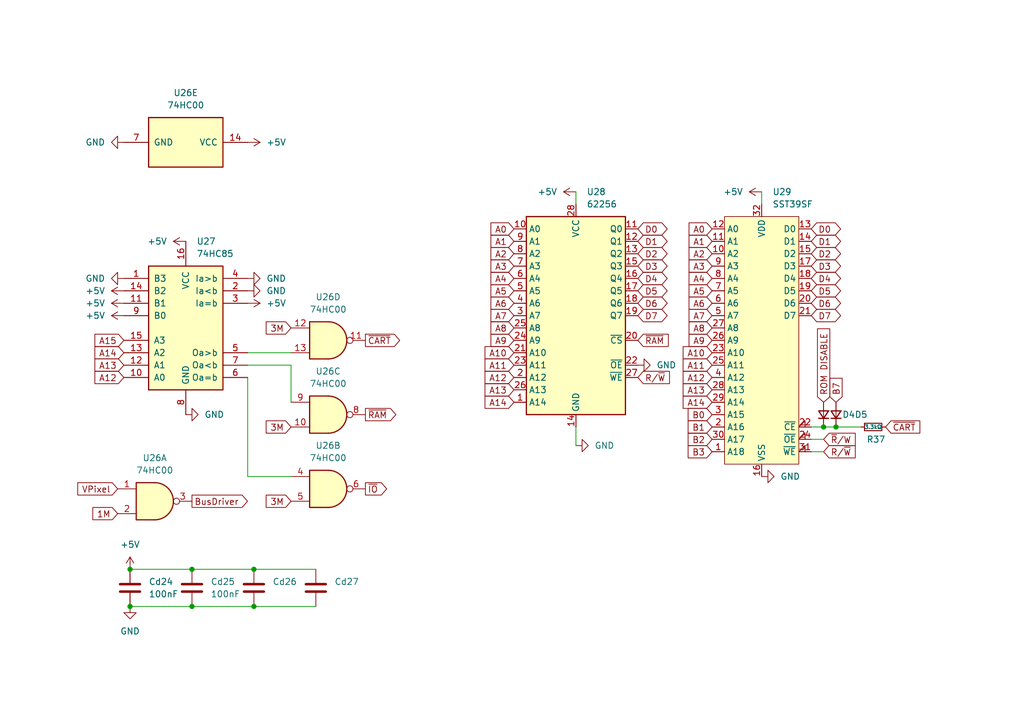
<source format=kicad_sch>
(kicad_sch (version 20230121) (generator eeschema)
  (paper "A5")
  (title_block (title "Memory Mapping and RAM"))
  (lib_symbols
    (symbol "74xx:74HC00" (pin_names (offset 1.016))
      (property "Reference" "U" (at 0 1.27 0))
      (property "Value" "74HC00" (at 0 -1.27 0))
      (symbol "74HC00_1_1"
        (arc (start 0 -3.81) (mid 3.7934 0) (end 0 3.81) (stroke (width 0.254)) (fill (type background)))
        (polyline (pts (xy 0 3.81) (xy -3.81 3.81) (xy -3.81 -3.81) (xy 0 -3.81)) (stroke (width 0.254)) (fill (type background)))
        (pin input line (at -7.62 2.54 0) (length 3.81) (name "~") (number "1"))
        (pin input line (at -7.62 -2.54 0) (length 3.81) (name "~") (number "2"))
        (pin output inverted (at 7.62 0 180) (length 3.81) (name "~") (number "3"))
      )
      (symbol "74HC00_1_2"
        (arc (start -3.81 -3.81) (mid -2.589 0) (end -3.81 3.81) (stroke (width 0.254)))
        (arc (start -0.6096 -3.81) (mid 2.1842 -2.5851) (end 3.81 0) (stroke (width 0.254)) (fill (type background)))
        (polyline (pts (xy -3.81 -3.81) (xy -0.635 -3.81)) (stroke (width 0.254)) (fill (type background)))
        (polyline (pts (xy -3.81 3.81) (xy -0.635 3.81)) (stroke (width 0.254)) (fill (type background)))
        (polyline (pts (xy -0.635 3.81) (xy -3.81 3.81) (xy -3.81 3.81) (xy -3.556 3.4036) (xy -3.0226 2.2606) (xy -2.6924 1.0414) (xy -2.6162 -0.254) (xy -2.7686 -1.4986) (xy -3.175 -2.7178) (xy -3.81 -3.81) (xy -3.81 -3.81) (xy -0.635 -3.81)) (stroke (width -25.4)) (fill (type background)))
        (arc (start 3.81 0) (mid 2.1915 2.5936) (end -0.6096 3.81) (stroke (width 0.254)) (fill (type background)))
        (pin input inverted (at -7.62 2.54 0) (length 4.318) (name "~") (number "1"))
        (pin input inverted (at -7.62 -2.54 0) (length 4.318) (name "~") (number "2"))
        (pin output line (at 7.62 0 180) (length 3.81) (name "~") (number "3"))
      )
      (symbol "74HC00_2_1"
        (arc (start 0 -3.81) (mid 3.7934 0) (end 0 3.81) (stroke (width 0.254)) (fill (type background)))
        (polyline (pts (xy 0 3.81) (xy -3.81 3.81) (xy -3.81 -3.81) (xy 0 -3.81)) (stroke (width 0.254)) (fill (type background)))
        (pin input line (at -7.62 2.54 0) (length 3.81) (name "~") (number "4"))
        (pin input line (at -7.62 -2.54 0) (length 3.81) (name "~") (number "5"))
        (pin output inverted (at 7.62 0 180) (length 3.81) (name "~") (number "6"))
      )
      (symbol "74HC00_2_2"
        (arc (start -3.81 -3.81) (mid -2.589 0) (end -3.81 3.81) (stroke (width 0.254)))
        (arc (start -0.6096 -3.81) (mid 2.1842 -2.5851) (end 3.81 0) (stroke (width 0.254)) (fill (type background)))
        (polyline (pts (xy -3.81 -3.81) (xy -0.635 -3.81)) (stroke (width 0.254)) (fill (type background)))
        (polyline (pts (xy -3.81 3.81) (xy -0.635 3.81)) (stroke (width 0.254)) (fill (type background)))
        (polyline (pts (xy -0.635 3.81) (xy -3.81 3.81) (xy -3.81 3.81) (xy -3.556 3.4036) (xy -3.0226 2.2606) (xy -2.6924 1.0414) (xy -2.6162 -0.254) (xy -2.7686 -1.4986) (xy -3.175 -2.7178) (xy -3.81 -3.81) (xy -3.81 -3.81) (xy -0.635 -3.81)) (stroke (width -25.4)) (fill (type background)))
        (arc (start 3.81 0) (mid 2.1915 2.5936) (end -0.6096 3.81) (stroke (width 0.254)) (fill (type background)))
        (pin input inverted (at -7.62 2.54 0) (length 4.318) (name "~") (number "4"))
        (pin input inverted (at -7.62 -2.54 0) (length 4.318) (name "~") (number "5"))
        (pin output line (at 7.62 0 180) (length 3.81) (name "~") (number "6"))
      )
      (symbol "74HC00_3_1"
        (arc (start 0 -3.81) (mid 3.7934 0) (end 0 3.81) (stroke (width 0.254)) (fill (type background)))
        (polyline (pts (xy 0 3.81) (xy -3.81 3.81) (xy -3.81 -3.81) (xy 0 -3.81)) (stroke (width 0.254)) (fill (type background)))
        (pin input line (at -7.62 -2.54 0) (length 3.81) (name "~") (number "10"))
        (pin output inverted (at 7.62 0 180) (length 3.81) (name "~") (number "8"))
        (pin input line (at -7.62 2.54 0) (length 3.81) (name "~") (number "9"))
      )
      (symbol "74HC00_3_2"
        (arc (start -3.81 -3.81) (mid -2.589 0) (end -3.81 3.81) (stroke (width 0.254)))
        (arc (start -0.6096 -3.81) (mid 2.1842 -2.5851) (end 3.81 0) (stroke (width 0.254)) (fill (type background)))
        (polyline (pts (xy -3.81 -3.81) (xy -0.635 -3.81)) (stroke (width 0.254)) (fill (type background)))
        (polyline (pts (xy -3.81 3.81) (xy -0.635 3.81)) (stroke (width 0.254)) (fill (type background)))
        (polyline (pts (xy -0.635 3.81) (xy -3.81 3.81) (xy -3.81 3.81) (xy -3.556 3.4036) (xy -3.0226 2.2606) (xy -2.6924 1.0414) (xy -2.6162 -0.254) (xy -2.7686 -1.4986) (xy -3.175 -2.7178) (xy -3.81 -3.81) (xy -3.81 -3.81) (xy -0.635 -3.81)) (stroke (width -25.4)) (fill (type background)))
        (arc (start 3.81 0) (mid 2.1915 2.5936) (end -0.6096 3.81) (stroke (width 0.254)) (fill (type background)))
        (pin input inverted (at -7.62 -2.54 0) (length 4.318) (name "~") (number "10"))
        (pin output line (at 7.62 0 180) (length 3.81) (name "~") (number "8"))
        (pin input inverted (at -7.62 2.54 0) (length 4.318) (name "~") (number "9"))
      )
      (symbol "74HC00_4_1"
        (arc (start 0 -3.81) (mid 3.7934 0) (end 0 3.81) (stroke (width 0.254)) (fill (type background)))
        (polyline (pts (xy 0 3.81) (xy -3.81 3.81) (xy -3.81 -3.81) (xy 0 -3.81)) (stroke (width 0.254)) (fill (type background)))
        (pin output inverted (at 7.62 0 180) (length 3.81) (name "~") (number "11"))
        (pin input line (at -7.62 2.54 0) (length 3.81) (name "~") (number "12"))
        (pin input line (at -7.62 -2.54 0) (length 3.81) (name "~") (number "13"))
      )
      (symbol "74HC00_4_2"
        (arc (start -3.81 -3.81) (mid -2.589 0) (end -3.81 3.81) (stroke (width 0.254)))
        (arc (start -0.6096 -3.81) (mid 2.1842 -2.5851) (end 3.81 0) (stroke (width 0.254)) (fill (type background)))
        (polyline (pts (xy -3.81 -3.81) (xy -0.635 -3.81)) (stroke (width 0.254)) (fill (type background)))
        (polyline (pts (xy -3.81 3.81) (xy -0.635 3.81)) (stroke (width 0.254)) (fill (type background)))
        (polyline (pts (xy -0.635 3.81) (xy -3.81 3.81) (xy -3.81 3.81) (xy -3.556 3.4036) (xy -3.0226 2.2606) (xy -2.6924 1.0414) (xy -2.6162 -0.254) (xy -2.7686 -1.4986) (xy -3.175 -2.7178) (xy -3.81 -3.81) (xy -3.81 -3.81) (xy -0.635 -3.81)) (stroke (width -25.4)) (fill (type background)))
        (arc (start 3.81 0) (mid 2.1915 2.5936) (end -0.6096 3.81) (stroke (width 0.254)) (fill (type background)))
        (pin output line (at 7.62 0 180) (length 3.81) (name "~") (number "11"))
        (pin input inverted (at -7.62 2.54 0) (length 4.318) (name "~") (number "12"))
        (pin input inverted (at -7.62 -2.54 0) (length 4.318) (name "~") (number "13"))
      )
      (symbol "74HC00_5_0"
        (pin power_in line (at 0 12.7 270) (length 5.08) (name "VCC") (number "14"))
        (pin power_in line (at 0 -12.7 90) (length 5.08) (name "GND") (number "7"))
      )
      (symbol "74HC00_5_1"
        (rectangle (start -5.08 7.62) (end 5.08 -7.62) (stroke (width 0.254)) (fill (type background)))
      )
    )
    (symbol "74xx:74LS85" (pin_names (offset 1.016))
      (property "Reference" "U" (at -7.62 13.97 0))
      (property "Value" "74LS85" (at -7.62 -13.97 0))
      (symbol "74LS85_1_0"
        (pin input line (at -12.7 10.16 0) (length 5.08) (name "B3") (number "1"))
        (pin input line (at -12.7 -10.16 0) (length 5.08) (name "A0") (number "10"))
        (pin input line (at -12.7 5.08 0) (length 5.08) (name "B1") (number "11"))
        (pin input line (at -12.7 -7.62 0) (length 5.08) (name "A1") (number "12"))
        (pin input line (at -12.7 -5.08 0) (length 5.08) (name "A2") (number "13"))
        (pin input line (at -12.7 7.62 0) (length 5.08) (name "B2") (number "14"))
        (pin input line (at -12.7 -2.54 0) (length 5.08) (name "A3") (number "15"))
        (pin power_in line (at 0 17.78 270) (length 5.08) (name "VCC") (number "16"))
        (pin input line (at 12.7 7.62 180) (length 5.08) (name "Ia<b") (number "2"))
        (pin input line (at 12.7 5.08 180) (length 5.08) (name "Ia=b") (number "3"))
        (pin input line (at 12.7 10.16 180) (length 5.08) (name "Ia>b") (number "4"))
        (pin output line (at 12.7 -5.08 180) (length 5.08) (name "Oa>b") (number "5"))
        (pin output line (at 12.7 -10.16 180) (length 5.08) (name "Oa=b") (number "6"))
        (pin output line (at 12.7 -7.62 180) (length 5.08) (name "Oa<b") (number "7"))
        (pin power_in line (at 0 -17.78 90) (length 5.08) (name "GND") (number "8"))
        (pin input line (at -12.7 2.54 0) (length 5.08) (name "B0") (number "9"))
      )
      (symbol "74LS85_1_1"
        (rectangle (start -7.62 12.7) (end 7.62 -12.7) (stroke (width 0.254)) (fill (type background)))
      )
    )
    (symbol "Device:C" (pin_numbers hide) (pin_names (offset 0.254))
      (property "Reference" "C" (at 0.635 2.54 0))
      (property "Value" "C" (at 0.635 -2.54 0))
      (symbol "C_0_1"
        (polyline (pts (xy -2.032 -0.762) (xy 2.032 -0.762)) (stroke (width 0.508)))
        (polyline (pts (xy -2.032 0.762) (xy 2.032 0.762)) (stroke (width 0.508)))
      )
      (symbol "C_1_1"
        (pin passive line (at 0 3.81 270) (length 2.794) (name "~") (number "1"))
        (pin passive line (at 0 -3.81 90) (length 2.794) (name "~") (number "2"))
      )
    )
    (symbol "Device:D_Small" (pin_numbers hide) (pin_names (offset 0.254) hide)
      (property "Reference" "D" (at -1.27 2.032 0))
      (property "Value" "D_Small" (at -3.81 -2.032 0))
      (symbol "D_Small_0_1"
        (polyline (pts (xy -0.762 -1.016) (xy -0.762 1.016)) (stroke (width 0.254)))
        (polyline (pts (xy -0.762 0) (xy 0.762 0)))
        (polyline (pts (xy 0.762 -1.016) (xy -0.762 0) (xy 0.762 1.016) (xy 0.762 -1.016)) (stroke (width 0.254)))
      )
      (symbol "D_Small_1_1"
        (pin passive line (at -2.54 0 0) (length 1.778) (name "K") (number "1"))
        (pin passive line (at 2.54 0 180) (length 1.778) (name "A") (number "2"))
      )
    )
    (symbol "Device:R_Small" (pin_numbers hide) (pin_names (offset 0.254) hide)
      (property "Reference" "R" (at 0.762 0.508 0))
      (property "Value" "R_Small" (at 0.762 -1.016 0))
      (symbol "R_Small_0_1"
        (rectangle (start -0.762 1.778) (end 0.762 -1.778) (stroke (width 0.2032)))
      )
      (symbol "R_Small_1_1"
        (pin passive line (at 0 2.54 270) (length 0.762) (name "~") (number "1"))
        (pin passive line (at 0 -2.54 90) (length 0.762) (name "~") (number "2"))
      )
    )
    (symbol "Memory_Lib:SST39SF040"
      (property "Reference" "U" (at 11.43 54.61 0))
      (property "Value" "SST39SF040" (at 19.05 52.07 0))
      (symbol "SST39SF040_1_1"
        (rectangle (start 0 50.8) (end 15.24 0) (fill (type background)))
        (pin input line (at -2.54 2.54 0) (length 2.54) (name "A18") (number "1"))
        (pin input line (at -2.54 43.18 0) (length 2.54) (name "A2") (number "10"))
        (pin input line (at -2.54 45.72 0) (length 2.54) (name "A1") (number "11"))
        (pin input line (at -2.54 48.26 0) (length 2.54) (name "A0") (number "12"))
        (pin bidirectional line (at 17.78 48.26 180) (length 2.54) (name "D0") (number "13"))
        (pin bidirectional line (at 17.78 45.72 180) (length 2.54) (name "D1") (number "14"))
        (pin bidirectional line (at 17.78 43.18 180) (length 2.54) (name "D2") (number "15"))
        (pin power_in line (at 7.62 -2.54 90) (length 2.54) (name "VSS") (number "16"))
        (pin bidirectional line (at 17.78 40.64 180) (length 2.54) (name "D3") (number "17"))
        (pin bidirectional line (at 17.78 38.1 180) (length 2.54) (name "D4") (number "18"))
        (pin bidirectional line (at 17.78 35.56 180) (length 2.54) (name "D5") (number "19"))
        (pin input line (at -2.54 7.62 0) (length 2.54) (name "A16") (number "2"))
        (pin bidirectional line (at 17.78 33.02 180) (length 2.54) (name "D6") (number "20"))
        (pin bidirectional line (at 17.78 30.48 180) (length 2.54) (name "D7") (number "21"))
        (pin input input_low (at 17.78 7.62 180) (length 2.54) (name "~{CE}") (number "22"))
        (pin input line (at -2.54 22.86 0) (length 2.54) (name "A10") (number "23"))
        (pin input input_low (at 17.78 5.08 180) (length 2.54) (name "~{OE}") (number "24"))
        (pin input line (at -2.54 20.32 0) (length 2.54) (name "A11") (number "25"))
        (pin input line (at -2.54 25.4 0) (length 2.54) (name "A9") (number "26"))
        (pin input line (at -2.54 27.94 0) (length 2.54) (name "A8") (number "27"))
        (pin input line (at -2.54 15.24 0) (length 2.54) (name "A13") (number "28"))
        (pin input line (at -2.54 12.7 0) (length 2.54) (name "A14") (number "29"))
        (pin input line (at -2.54 10.16 0) (length 2.54) (name "A15") (number "3"))
        (pin input line (at -2.54 5.08 0) (length 2.54) (name "A17") (number "30"))
        (pin input input_low (at 17.78 2.54 180) (length 2.54) (name "~{WE}") (number "31"))
        (pin power_in line (at 7.62 53.34 270) (length 2.54) (name "VDD") (number "32"))
        (pin input line (at -2.54 17.78 0) (length 2.54) (name "A12") (number "4"))
        (pin input line (at -2.54 30.48 0) (length 2.54) (name "A7") (number "5"))
        (pin input line (at -2.54 33.02 0) (length 2.54) (name "A6") (number "6"))
        (pin input line (at -2.54 35.56 0) (length 2.54) (name "A5") (number "7"))
        (pin input line (at -2.54 38.1 0) (length 2.54) (name "A4") (number "8"))
        (pin input line (at -2.54 40.64 0) (length 2.54) (name "A3") (number "9"))
      )
    )
    (symbol "Memory_RAM:HM62256BLP"
      (property "Reference" "U" (at -10.16 20.955 0))
      (property "Value" "HM62256BLP" (at 2.54 20.955 0))
      (symbol "HM62256BLP_0_0"
        (pin power_in line (at 0 -22.86 90) (length 2.54) (name "GND") (number "14"))
        (pin power_in line (at 0 22.86 270) (length 2.54) (name "VCC") (number "28"))
      )
      (symbol "HM62256BLP_0_1"
        (rectangle (start -10.16 20.32) (end 10.16 -20.32) (stroke (width 0.254)) (fill (type background)))
      )
      (symbol "HM62256BLP_1_1"
        (pin input line (at -12.7 -17.78 0) (length 2.54) (name "A14") (number "1"))
        (pin input line (at -12.7 17.78 0) (length 2.54) (name "A0") (number "10"))
        (pin tri_state line (at 12.7 17.78 180) (length 2.54) (name "Q0") (number "11"))
        (pin tri_state line (at 12.7 15.24 180) (length 2.54) (name "Q1") (number "12"))
        (pin tri_state line (at 12.7 12.7 180) (length 2.54) (name "Q2") (number "13"))
        (pin tri_state line (at 12.7 10.16 180) (length 2.54) (name "Q3") (number "15"))
        (pin tri_state line (at 12.7 7.62 180) (length 2.54) (name "Q4") (number "16"))
        (pin tri_state line (at 12.7 5.08 180) (length 2.54) (name "Q5") (number "17"))
        (pin tri_state line (at 12.7 2.54 180) (length 2.54) (name "Q6") (number "18"))
        (pin tri_state line (at 12.7 0 180) (length 2.54) (name "Q7") (number "19"))
        (pin input line (at -12.7 -12.7 0) (length 2.54) (name "A12") (number "2"))
        (pin input line (at 12.7 -5.08 180) (length 2.54) (name "~{CS}") (number "20"))
        (pin input line (at -12.7 -7.62 0) (length 2.54) (name "A10") (number "21"))
        (pin input line (at 12.7 -10.16 180) (length 2.54) (name "~{OE}") (number "22"))
        (pin input line (at -12.7 -10.16 0) (length 2.54) (name "A11") (number "23"))
        (pin input line (at -12.7 -5.08 0) (length 2.54) (name "A9") (number "24"))
        (pin input line (at -12.7 -2.54 0) (length 2.54) (name "A8") (number "25"))
        (pin input line (at -12.7 -15.24 0) (length 2.54) (name "A13") (number "26"))
        (pin input line (at 12.7 -12.7 180) (length 2.54) (name "~{WE}") (number "27"))
        (pin input line (at -12.7 0 0) (length 2.54) (name "A7") (number "3"))
        (pin input line (at -12.7 2.54 0) (length 2.54) (name "A6") (number "4"))
        (pin input line (at -12.7 5.08 0) (length 2.54) (name "A5") (number "5"))
        (pin input line (at -12.7 7.62 0) (length 2.54) (name "A4") (number "6"))
        (pin input line (at -12.7 10.16 0) (length 2.54) (name "A3") (number "7"))
        (pin input line (at -12.7 12.7 0) (length 2.54) (name "A2") (number "8"))
        (pin input line (at -12.7 15.24 0) (length 2.54) (name "A1") (number "9"))
      )
    )
    (symbol "power:+5V" (power) (pin_names (offset 0))
      (property "Value" "+5V" (at 0 3.556 0))
      (symbol "+5V_0_1"
        (polyline (pts (xy -0.762 1.27) (xy 0 2.54)))
        (polyline (pts (xy 0 0) (xy 0 2.54)))
        (polyline (pts (xy 0 2.54) (xy 0.762 1.27)))
      )
      (symbol "+5V_1_1"
        (pin power_in line (at 0 0 90) (length 0) hide (name "+5V") (number "1"))
      )
    )
    (symbol "power:GND" (power) (pin_names (offset 0))
      (property "Value" "GND" (at 0 -3.81 0))
      (symbol "GND_0_1"
        (polyline (pts (xy 0 0) (xy 0 -1.27) (xy 1.27 -1.27) (xy 0 -2.54) (xy -1.27 -1.27) (xy 0 -1.27)))
      )
      (symbol "GND_1_1"
        (pin power_in line (at 0 0 270) (length 0) hide (name "GND") (number "1"))
      )
    )
  )
  (junction (at 168.91 87.63))
  (junction (at 26.67 124.46))
  (junction (at 52.07 124.46))
  (junction (at 171.45 87.63))
  (junction (at 52.07 116.84))
  (junction (at 26.67 116.84))
  (junction (at 39.37 116.84))
  (junction (at 39.37 124.46))
  (wire (pts (xy 39.37 124.46) (xy 52.07 124.46)))
  (wire (pts (xy 59.69 74.93) (xy 59.69 82.55)))
  (wire (pts (xy 168.91 87.63) (xy 171.45 87.63)))
  (wire (pts (xy 26.67 116.84) (xy 39.37 116.84)))
  (wire (pts (xy 26.67 124.46) (xy 39.37 124.46)))
  (wire (pts (xy 118.11 87.63) (xy 118.11 91.44)))
  (wire (pts (xy 52.07 116.84) (xy 64.77 116.84)))
  (wire (pts (xy 171.45 87.63) (xy 176.53 87.63)))
  (wire (pts (xy 50.8 72.39) (xy 59.69 72.39)))
  (wire (pts (xy 52.07 124.46) (xy 64.77 124.46)))
  (wire (pts (xy 166.37 90.17) (xy 168.91 90.17)))
  (wire (pts (xy 168.91 92.71) (xy 166.37 92.71)))
  (wire (pts (xy 50.8 77.47) (xy 50.8 97.79)))
  (wire (pts (xy 118.11 39.37) (xy 118.11 41.91)))
  (wire (pts (xy 156.21 39.37) (xy 156.21 41.91)))
  (wire (pts (xy 50.8 74.93) (xy 59.69 74.93)))
  (wire (pts (xy 50.8 97.79) (xy 59.69 97.79)))
  (wire (pts (xy 166.37 87.63) (xy 168.91 87.63)))
  (wire (pts (xy 39.37 116.84) (xy 52.07 116.84)))
  (global_label "~{IO}" (shape output) (at 74.93 100.33 0) (property "Intersheetrefs" "${INTERSHEET_REFS}" (effects hide)))
  (global_label "A0" (shape input) (at 146.05 46.99 180) (property "Intersheetrefs" "${INTERSHEET_REFS}" (effects hide)))
  (global_label "R{slash}~{W}" (shape input) (at 168.91 92.71 0) (property "Intersheetrefs" "${INTERSHEET_REFS}" (effects hide)))
  (global_label "D5" (shape bidirectional) (at 130.81 59.69 0) (property "Intersheetrefs" "${INTERSHEET_REFS}" (effects hide)))
  (global_label "A4" (shape input) (at 105.41 57.15 180) (property "Intersheetrefs" "${INTERSHEET_REFS}" (effects hide)))
  (global_label "~{CART}" (shape input) (at 181.61 87.63 0) (property "Intersheetrefs" "${INTERSHEET_REFS}" (effects hide)))
  (global_label "A10" (shape input) (at 105.41 72.39 180) (property "Intersheetrefs" "${INTERSHEET_REFS}" (effects hide)))
  (global_label "A5" (shape input) (at 105.41 59.69 180) (property "Intersheetrefs" "${INTERSHEET_REFS}" (effects hide)))
  (global_label "A0" (shape input) (at 105.41 46.99 180) (property "Intersheetrefs" "${INTERSHEET_REFS}" (effects hide)))
  (global_label "~{R}{slash}W" (shape input) (at 168.91 90.17 0) (property "Intersheetrefs" "${INTERSHEET_REFS}" (effects hide)))
  (global_label "~{RAM}" (shape input) (at 130.81 69.85 0) (property "Intersheetrefs" "${INTERSHEET_REFS}" (effects hide)))
  (global_label "D1" (shape bidirectional) (at 166.37 49.53 0) (property "Intersheetrefs" "${INTERSHEET_REFS}" (effects hide)))
  (global_label "D2" (shape bidirectional) (at 166.37 52.07 0) (property "Intersheetrefs" "${INTERSHEET_REFS}" (effects hide)))
  (global_label "D4" (shape bidirectional) (at 166.37 57.15 0) (property "Intersheetrefs" "${INTERSHEET_REFS}" (effects hide)))
  (global_label "A13" (shape input) (at 25.4 74.93 180) (property "Intersheetrefs" "${INTERSHEET_REFS}" (effects hide)))
  (global_label "A14" (shape input) (at 25.4 72.39 180) (property "Intersheetrefs" "${INTERSHEET_REFS}" (effects hide)))
  (global_label "~{RAM}" (shape output) (at 74.93 85.09 0) (property "Intersheetrefs" "${INTERSHEET_REFS}" (effects hide)))
  (global_label "A12" (shape input) (at 105.41 77.47 180) (property "Intersheetrefs" "${INTERSHEET_REFS}" (effects hide)))
  (global_label "BusDriver" (shape output) (at 39.37 102.87 0) (property "Intersheetrefs" "${INTERSHEET_REFS}" (effects hide)))
  (global_label "A14" (shape input) (at 146.05 82.55 180) (property "Intersheetrefs" "${INTERSHEET_REFS}" (effects hide)))
  (global_label "A8" (shape input) (at 146.05 67.31 180) (property "Intersheetrefs" "${INTERSHEET_REFS}" (effects hide)))
  (global_label "D3" (shape bidirectional) (at 166.37 54.61 0) (property "Intersheetrefs" "${INTERSHEET_REFS}" (effects hide)))
  (global_label "A13" (shape input) (at 146.05 80.01 180) (property "Intersheetrefs" "${INTERSHEET_REFS}" (effects hide)))
  (global_label "B7" (shape input) (at 171.45 82.55 90) (property "Intersheetrefs" "${INTERSHEET_REFS}" (effects hide)))
  (global_label "A2" (shape input) (at 105.41 52.07 180) (property "Intersheetrefs" "${INTERSHEET_REFS}" (effects hide)))
  (global_label "A14" (shape input) (at 105.41 82.55 180) (property "Intersheetrefs" "${INTERSHEET_REFS}" (effects hide)))
  (global_label "A7" (shape input) (at 146.05 64.77 180) (property "Intersheetrefs" "${INTERSHEET_REFS}" (effects hide)))
  (global_label "D6" (shape bidirectional) (at 130.81 62.23 0) (property "Intersheetrefs" "${INTERSHEET_REFS}" (effects hide)))
  (global_label "1M" (shape input) (at 24.13 105.41 180) (property "Intersheetrefs" "${INTERSHEET_REFS}" (effects hide)))
  (global_label "B1" (shape input) (at 146.05 87.63 180) (property "Intersheetrefs" "${INTERSHEET_REFS}" (effects hide)))
  (global_label "3M" (shape input) (at 59.69 102.87 180) (property "Intersheetrefs" "${INTERSHEET_REFS}" (effects hide)))
  (global_label "D0" (shape bidirectional) (at 166.37 46.99 0) (property "Intersheetrefs" "${INTERSHEET_REFS}" (effects hide)))
  (global_label "D4" (shape bidirectional) (at 130.81 57.15 0) (property "Intersheetrefs" "${INTERSHEET_REFS}" (effects hide)))
  (global_label "D3" (shape bidirectional) (at 130.81 54.61 0) (property "Intersheetrefs" "${INTERSHEET_REFS}" (effects hide)))
  (global_label "A6" (shape input) (at 105.41 62.23 180) (property "Intersheetrefs" "${INTERSHEET_REFS}" (effects hide)))
  (global_label "D2" (shape bidirectional) (at 130.81 52.07 0) (property "Intersheetrefs" "${INTERSHEET_REFS}" (effects hide)))
  (global_label "A11" (shape input) (at 146.05 74.93 180) (property "Intersheetrefs" "${INTERSHEET_REFS}" (effects hide)))
  (global_label "ROM DISABLE" (shape input) (at 168.91 82.55 90) (property "Intersheetrefs" "${INTERSHEET_REFS}" (effects hide)))
  (global_label "3M" (shape input) (at 59.69 67.31 180) (property "Intersheetrefs" "${INTERSHEET_REFS}" (effects hide)))
  (global_label "3M" (shape input) (at 59.69 87.63 180) (property "Intersheetrefs" "${INTERSHEET_REFS}" (effects hide)))
  (global_label "VPixel" (shape input) (at 24.13 100.33 180) (property "Intersheetrefs" "${INTERSHEET_REFS}" (effects hide)))
  (global_label "A13" (shape input) (at 105.41 80.01 180) (property "Intersheetrefs" "${INTERSHEET_REFS}" (effects hide)))
  (global_label "D6" (shape bidirectional) (at 166.37 62.23 0) (property "Intersheetrefs" "${INTERSHEET_REFS}" (effects hide)))
  (global_label "A3" (shape input) (at 105.41 54.61 180) (property "Intersheetrefs" "${INTERSHEET_REFS}" (effects hide)))
  (global_label "B0" (shape input) (at 146.05 85.09 180) (property "Intersheetrefs" "${INTERSHEET_REFS}" (effects hide)))
  (global_label "A6" (shape input) (at 146.05 62.23 180) (property "Intersheetrefs" "${INTERSHEET_REFS}" (effects hide)))
  (global_label "D7" (shape bidirectional) (at 130.81 64.77 0) (property "Intersheetrefs" "${INTERSHEET_REFS}" (effects hide)))
  (global_label "D5" (shape bidirectional) (at 166.37 59.69 0) (property "Intersheetrefs" "${INTERSHEET_REFS}" (effects hide)))
  (global_label "A7" (shape input) (at 105.41 64.77 180) (property "Intersheetrefs" "${INTERSHEET_REFS}" (effects hide)))
  (global_label "A1" (shape input) (at 105.41 49.53 180) (property "Intersheetrefs" "${INTERSHEET_REFS}" (effects hide)))
  (global_label "A10" (shape input) (at 146.05 72.39 180) (property "Intersheetrefs" "${INTERSHEET_REFS}" (effects hide)))
  (global_label "A15" (shape input) (at 25.4 69.85 180) (property "Intersheetrefs" "${INTERSHEET_REFS}" (effects hide)))
  (global_label "B3" (shape input) (at 146.05 92.71 180) (property "Intersheetrefs" "${INTERSHEET_REFS}" (effects hide)))
  (global_label "A2" (shape input) (at 146.05 52.07 180) (property "Intersheetrefs" "${INTERSHEET_REFS}" (effects hide)))
  (global_label "A3" (shape input) (at 146.05 54.61 180) (property "Intersheetrefs" "${INTERSHEET_REFS}" (effects hide)))
  (global_label "A11" (shape input) (at 105.41 74.93 180) (property "Intersheetrefs" "${INTERSHEET_REFS}" (effects hide)))
  (global_label "A12" (shape input) (at 146.05 77.47 180) (property "Intersheetrefs" "${INTERSHEET_REFS}" (effects hide)))
  (global_label "A5" (shape input) (at 146.05 59.69 180) (property "Intersheetrefs" "${INTERSHEET_REFS}" (effects hide)))
  (global_label "D7" (shape bidirectional) (at 166.37 64.77 0) (property "Intersheetrefs" "${INTERSHEET_REFS}" (effects hide)))
  (global_label "A8" (shape input) (at 105.41 67.31 180) (property "Intersheetrefs" "${INTERSHEET_REFS}" (effects hide)))
  (global_label "A1" (shape input) (at 146.05 49.53 180) (property "Intersheetrefs" "${INTERSHEET_REFS}" (effects hide)))
  (global_label "B2" (shape input) (at 146.05 90.17 180) (property "Intersheetrefs" "${INTERSHEET_REFS}" (effects hide)))
  (global_label "A4" (shape input) (at 146.05 57.15 180) (property "Intersheetrefs" "${INTERSHEET_REFS}" (effects hide)))
  (global_label "A9" (shape input) (at 105.41 69.85 180) (property "Intersheetrefs" "${INTERSHEET_REFS}" (effects hide)))
  (global_label "R{slash}~{W}" (shape input) (at 130.81 77.47 0) (property "Intersheetrefs" "${INTERSHEET_REFS}" (effects hide)))
  (global_label "A12" (shape input) (at 25.4 77.47 180) (property "Intersheetrefs" "${INTERSHEET_REFS}" (effects hide)))
  (global_label "A9" (shape input) (at 146.05 69.85 180) (property "Intersheetrefs" "${INTERSHEET_REFS}" (effects hide)))
  (global_label "D0" (shape bidirectional) (at 130.81 46.99 0) (property "Intersheetrefs" "${INTERSHEET_REFS}" (effects hide)))
  (global_label "~{CART}" (shape output) (at 74.93 69.85 0) (property "Intersheetrefs" "${INTERSHEET_REFS}" (effects hide)))
  (global_label "D1" (shape bidirectional) (at 130.81 49.53 0) (property "Intersheetrefs" "${INTERSHEET_REFS}" (effects hide)))
  (symbol (lib_id "Device:D_Small") (at 171.45 85.09 90) (unit 1)
    (property "Reference" "D5" (at 175.26 85.09 90) (effects (justify right)))
    (property "Value" "D_Small" (effects hide))
    (property "Footprint" "Diode_THT:D_DO-34_SOD68_P7.62mm_Horizontal" (effects hide))
    (property "Sim.Device" "D" (effects hide))
    (property "Sim.Pins" "1=K 2=A" (effects hide))
  )
  (symbol (lib_id "Memory_RAM:HM62256BLP") (at 118.11 64.77 0) (unit 1)
    (property "Reference" "U28" (at 120.3041 39.37 0) (effects (justify left)))
    (property "Value" "62256" (at 120.3041 41.91 0) (effects (justify left)))
    (property "Footprint" "PCM_Package_DIP_AKL:DIP-28_W15.24mm_Socket_LongPads" (effects hide))
    (property "Datasheet" "https://web.mit.edu/6.115/www/document/62256.pdf" (effects hide))
  )
  (symbol (lib_id "74xx:74HC00") (at 67.31 69.85 0) (unit 4)
    (property "Reference" "U26" (at 67.3017 60.96 0))
    (property "Value" "74HC00" (at 67.3017 63.5 0))
    (property "Footprint" "PCM_Package_DIP_AKL:DIP-14_W7.62mm_Socket_LongPads" (effects hide))
    (property "Datasheet" "http://www.ti.com/lit/gpn/sn74hc00" (effects hide))
  )
  (symbol (lib_id "74xx:74HC00") (at 38.1 29.21 270) (unit 5)
    (property "Reference" "U26" (at 38.1 19.05 90))
    (property "Value" "74HC00" (at 38.1 21.59 90))
    (property "Footprint" "PCM_Package_DIP_AKL:DIP-14_W7.62mm_Socket_LongPads" (effects hide))
    (property "Datasheet" "http://www.ti.com/lit/gpn/sn74hc00" (effects hide))
  )
  (symbol (lib_id "power:GND") (at 25.4 57.15 270) (unit 1)
    (property "Reference" "#PWR0113" (effects hide))
    (property "Value" "GND" (at 21.59 57.15 90) (effects (justify right)))
  )
  (symbol (lib_id "74xx:74HC00") (at 67.31 85.09 0) (unit 3)
    (property "Reference" "U26" (at 67.3017 76.2 0))
    (property "Value" "74HC00" (at 67.3017 78.74 0))
    (property "Footprint" "PCM_Package_DIP_AKL:DIP-14_W7.62mm_Socket_LongPads" (effects hide))
    (property "Datasheet" "http://www.ti.com/lit/gpn/sn74hc00" (effects hide))
  )
  (symbol (lib_id "Device:C") (at 64.77 120.65 0) (unit 1)
    (property "Reference" "Cd27" (at 68.58 119.38 0) (effects (justify left)))
    (property "Value" "100nF" (effects hide))
    (property "Footprint" "Capacitor_THT:C_Disc_D3.0mm_W2.0mm_P2.50mm" (effects hide))
  )
  (symbol (lib_id "Device:C") (at 39.37 120.65 0) (unit 1)
    (property "Reference" "Cd25" (at 43.18 119.38 0) (effects (justify left)))
    (property "Value" "100nF" (at 43.18 121.92 0) (effects (justify left)))
    (property "Footprint" "Capacitor_THT:C_Disc_D3.0mm_W2.0mm_P2.50mm" (effects hide))
  )
  (symbol (lib_id "power:GND") (at 118.11 91.44 90) (unit 1)
    (property "Reference" "#PWR0126" (effects hide))
    (property "Value" "GND" (at 121.92 91.44 90) (effects (justify right)))
  )
  (symbol (lib_id "power:GND") (at 26.67 124.46 0) (unit 1)
    (property "Reference" "#PWR0118" (effects hide))
    (property "Value" "GND" (at 26.67 129.54 0))
  )
  (symbol (lib_id "74xx:74LS85") (at 38.1 67.31 0) (unit 1)
    (property "Reference" "U27" (at 40.2941 49.53 0) (effects (justify left)))
    (property "Value" "74HC85" (at 40.2941 52.07 0) (effects (justify left)))
    (property "Footprint" "PCM_Package_DIP_AKL:DIP-16_W7.62mm_Socket_LongPads" (effects hide))
    (property "Datasheet" "http://www.ti.com/lit/gpn/sn74LS85" (effects hide))
  )
  (symbol (lib_id "Device:C") (at 26.67 120.65 0) (unit 1)
    (property "Reference" "Cd24" (at 30.48 119.38 0) (effects (justify left)))
    (property "Value" "100nF" (at 30.48 121.92 0) (effects (justify left)))
    (property "Footprint" "Capacitor_THT:C_Disc_D3.0mm_W2.0mm_P2.50mm" (effects hide))
  )
  (symbol (lib_id "74xx:74HC00") (at 67.31 100.33 0) (unit 2)
    (property "Reference" "U26" (at 67.3017 91.44 0))
    (property "Value" "74HC00" (at 67.3017 93.98 0))
    (property "Footprint" "PCM_Package_DIP_AKL:DIP-14_W7.62mm_Socket_LongPads" (effects hide))
    (property "Datasheet" "http://www.ti.com/lit/gpn/sn74hc00" (effects hide))
  )
  (symbol (lib_id "Device:R_Small") (at 179.07 87.63 270) (unit 1)
    (property "Reference" "R37" (at 181.61 90.17 90) (effects (justify right)))
    (property "Value" "3.3kΩ" (at 179.07 87.63 90) (effects (font (size 0.8 0.8))))
    (property "Footprint" "Resistor_THT:R_Axial_DIN0204_L3.6mm_D1.6mm_P7.62mm_Horizontal" (effects hide))
  )
  (symbol (lib_id "power:+5V") (at 26.67 116.84 0) (unit 1)
    (property "Reference" "#PWR0117" (effects hide))
    (property "Value" "+5V" (at 26.67 111.76 0))
  )
  (symbol (lib_id "power:GND") (at 156.21 97.79 90) (unit 1)
    (property "Reference" "#PWR0129" (effects hide))
    (property "Value" "GND" (at 160.02 97.79 90) (effects (justify right)))
  )
  (symbol (lib_id "power:+5V") (at 156.21 39.37 90) (unit 1)
    (property "Reference" "#PWR0128" (effects hide))
    (property "Value" "+5V" (at 152.4 39.37 90) (effects (justify left)))
  )
  (symbol (lib_id "Device:C") (at 52.07 120.65 0) (unit 1)
    (property "Reference" "Cd26" (at 55.88 119.38 0) (effects (justify left)))
    (property "Value" "100nF" (effects hide))
    (property "Footprint" "Capacitor_THT:C_Disc_D3.0mm_W2.0mm_P2.50mm" (effects hide))
  )
  (symbol (lib_id "power:GND") (at 25.4 29.21 270) (unit 1)
    (property "Reference" "#PWR0112" (effects hide))
    (property "Value" "GND" (at 21.59 29.21 90) (effects (justify right)))
  )
  (symbol (lib_id "power:+5V") (at 50.8 29.21 270) (unit 1)
    (property "Reference" "#PWR0121" (effects hide))
    (property "Value" "+5V" (at 54.61 29.21 90) (effects (justify left)))
  )
  (symbol (lib_id "power:GND") (at 50.8 57.15 90) (unit 1)
    (property "Reference" "#PWR0122" (effects hide))
    (property "Value" "GND" (at 54.61 57.15 90) (effects (justify right)))
  )
  (symbol (lib_id "power:+5V") (at 25.4 62.23 90) (unit 1)
    (property "Reference" "#PWR0115" (effects hide))
    (property "Value" "+5V" (at 21.59 62.23 90) (effects (justify left)))
  )
  (symbol (lib_id "power:+5V") (at 25.4 59.69 90) (unit 1)
    (property "Reference" "#PWR0114" (effects hide))
    (property "Value" "+5V" (at 21.59 59.69 90) (effects (justify left)))
  )
  (symbol (lib_id "power:+5V") (at 50.8 62.23 270) (unit 1)
    (property "Reference" "#PWR0124" (effects hide))
    (property "Value" "+5V" (at 54.61 62.23 90) (effects (justify left)))
  )
  (symbol (lib_id "Device:D_Small") (at 168.91 85.09 90) (unit 1)
    (property "Reference" "D4" (at 172.72 85.09 90) (effects (justify right)))
    (property "Value" "D_Small" (effects hide))
    (property "Footprint" "Diode_THT:D_DO-34_SOD68_P7.62mm_Horizontal" (effects hide))
    (property "Sim.Device" "D" (effects hide))
    (property "Sim.Pins" "1=K 2=A" (effects hide))
  )
  (symbol (lib_id "power:GND") (at 50.8 59.69 90) (unit 1)
    (property "Reference" "#PWR0123" (effects hide))
    (property "Value" "GND" (at 54.61 59.69 90) (effects (justify right)))
  )
  (symbol (lib_id "power:GND") (at 38.1 85.09 90) (unit 1)
    (property "Reference" "#PWR0120" (effects hide))
    (property "Value" "GND" (at 41.91 85.09 90) (effects (justify right)))
  )
  (symbol (lib_id "74xx:74HC00") (at 31.75 102.87 0) (unit 1)
    (property "Reference" "U26" (at 31.7417 93.98 0))
    (property "Value" "74HC00" (at 31.7417 96.52 0))
    (property "Footprint" "PCM_Package_DIP_AKL:DIP-14_W7.62mm_Socket_LongPads" (effects hide))
    (property "Datasheet" "http://www.ti.com/lit/gpn/sn74hc00" (effects hide))
  )
  (symbol (lib_id "Memory_Lib:SST39SF040") (at 148.59 95.25 0) (unit 1)
    (property "Reference" "U29" (at 158.4041 39.37 0) (effects (justify left)))
    (property "Value" "SST39SF" (at 158.4041 41.91 0) (effects (justify left)))
    (property "Footprint" "PCM_Package_LCC_AKL:PLCC-32_THT-Socket" (effects hide))
    (property "Datasheet" "https://ww1.microchip.com/downloads/aemDocuments/documents/OTH/ProductDocuments/DataSheets/20005022C.pdf" (effects hide))
  )
  (symbol (lib_id "power:GND") (at 130.81 74.93 90) (unit 1)
    (property "Reference" "#PWR0127" (effects hide))
    (property "Value" "GND" (at 134.62 74.93 90) (effects (justify right)))
  )
  (symbol (lib_id "power:+5V") (at 38.1 49.53 90) (unit 1)
    (property "Reference" "#PWR0119" (effects hide))
    (property "Value" "+5V" (at 34.29 49.53 90) (effects (justify left)))
  )
  (symbol (lib_id "power:+5V") (at 25.4 64.77 90) (unit 1)
    (property "Reference" "#PWR0116" (effects hide))
    (property "Value" "+5V" (at 21.59 64.77 90) (effects (justify left)))
  )
  (symbol (lib_id "power:+5V") (at 118.11 39.37 90) (unit 1)
    (property "Reference" "#PWR0125" (effects hide))
    (property "Value" "+5V" (at 114.3 39.37 90) (effects (justify left)))
  )
)
</source>
